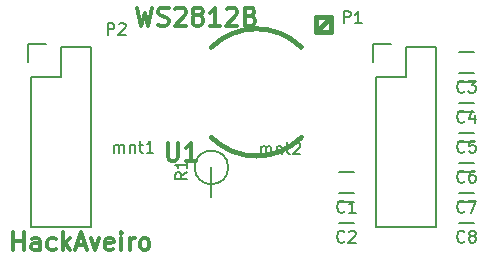
<source format=gbr>
%FSLAX46Y46*%
G04 Gerber Fmt 4.6, Leading zero omitted, Abs format (unit mm)*
G04 Created by KiCad (PCBNEW (2014-08-21 BZR 5087)-product) date Dom 15 Mar 2015 17:53:44 WET*
%MOMM*%
G01*
G04 APERTURE LIST*
%ADD10C,0.100000*%
%ADD11C,0.300000*%
%ADD12C,0.150000*%
%ADD13C,0.381000*%
%ADD14C,0.304800*%
G04 APERTURE END LIST*
D10*
D11*
X129285715Y-113678571D02*
X129285715Y-112178571D01*
X129285715Y-112892857D02*
X130142858Y-112892857D01*
X130142858Y-113678571D02*
X130142858Y-112178571D01*
X131500001Y-113678571D02*
X131500001Y-112892857D01*
X131428572Y-112750000D01*
X131285715Y-112678571D01*
X131000001Y-112678571D01*
X130857144Y-112750000D01*
X131500001Y-113607143D02*
X131357144Y-113678571D01*
X131000001Y-113678571D01*
X130857144Y-113607143D01*
X130785715Y-113464286D01*
X130785715Y-113321429D01*
X130857144Y-113178571D01*
X131000001Y-113107143D01*
X131357144Y-113107143D01*
X131500001Y-113035714D01*
X132857144Y-113607143D02*
X132714287Y-113678571D01*
X132428573Y-113678571D01*
X132285715Y-113607143D01*
X132214287Y-113535714D01*
X132142858Y-113392857D01*
X132142858Y-112964286D01*
X132214287Y-112821429D01*
X132285715Y-112750000D01*
X132428573Y-112678571D01*
X132714287Y-112678571D01*
X132857144Y-112750000D01*
X133500001Y-113678571D02*
X133500001Y-112178571D01*
X133642858Y-113107143D02*
X134071429Y-113678571D01*
X134071429Y-112678571D02*
X133500001Y-113250000D01*
X134642858Y-113250000D02*
X135357144Y-113250000D01*
X134500001Y-113678571D02*
X135000001Y-112178571D01*
X135500001Y-113678571D01*
X135857144Y-112678571D02*
X136214287Y-113678571D01*
X136571429Y-112678571D01*
X137714286Y-113607143D02*
X137571429Y-113678571D01*
X137285715Y-113678571D01*
X137142858Y-113607143D01*
X137071429Y-113464286D01*
X137071429Y-112892857D01*
X137142858Y-112750000D01*
X137285715Y-112678571D01*
X137571429Y-112678571D01*
X137714286Y-112750000D01*
X137785715Y-112892857D01*
X137785715Y-113035714D01*
X137071429Y-113178571D01*
X138428572Y-113678571D02*
X138428572Y-112678571D01*
X138428572Y-112178571D02*
X138357143Y-112250000D01*
X138428572Y-112321429D01*
X138500000Y-112250000D01*
X138428572Y-112178571D01*
X138428572Y-112321429D01*
X139142858Y-113678571D02*
X139142858Y-112678571D01*
X139142858Y-112964286D02*
X139214286Y-112821429D01*
X139285715Y-112750000D01*
X139428572Y-112678571D01*
X139571429Y-112678571D01*
X140285715Y-113678571D02*
X140142857Y-113607143D01*
X140071429Y-113535714D01*
X140000000Y-113392857D01*
X140000000Y-112964286D01*
X140071429Y-112821429D01*
X140142857Y-112750000D01*
X140285715Y-112678571D01*
X140500000Y-112678571D01*
X140642857Y-112750000D01*
X140714286Y-112821429D01*
X140785715Y-112964286D01*
X140785715Y-113392857D01*
X140714286Y-113535714D01*
X140642857Y-113607143D01*
X140500000Y-113678571D01*
X140285715Y-113678571D01*
D12*
X165100000Y-111760000D02*
X165100000Y-96520000D01*
X160020000Y-99060000D02*
X160020000Y-111760000D01*
X165100000Y-111760000D02*
X160020000Y-111760000D01*
X165100000Y-96520000D02*
X162560000Y-96520000D01*
X161290000Y-96240000D02*
X159740000Y-96240000D01*
X162560000Y-96520000D02*
X162560000Y-99060000D01*
X162560000Y-99060000D02*
X160020000Y-99060000D01*
X159740000Y-96240000D02*
X159740000Y-97790000D01*
X135890000Y-111760000D02*
X135890000Y-96520000D01*
X130810000Y-99060000D02*
X130810000Y-111760000D01*
X135890000Y-111760000D02*
X130810000Y-111760000D01*
X135890000Y-96520000D02*
X133350000Y-96520000D01*
X132080000Y-96240000D02*
X130530000Y-96240000D01*
X133350000Y-96520000D02*
X133350000Y-99060000D01*
X133350000Y-99060000D02*
X130810000Y-99060000D01*
X130530000Y-96240000D02*
X130530000Y-97790000D01*
X146050000Y-106680000D02*
X146050000Y-109220000D01*
X147469903Y-106680000D02*
G75*
G03X147469903Y-106680000I-1419903J0D01*
G74*
G01*
D13*
X154940000Y-93980000D02*
X154940000Y-95250000D01*
X154940000Y-95250000D02*
X156210000Y-95250000D01*
X156210000Y-95250000D02*
X156210000Y-93980000D01*
X156210000Y-93980000D02*
X154940000Y-95250000D01*
X154940000Y-95250000D02*
X154940000Y-93980000D01*
X156210000Y-93980000D02*
X156210000Y-95250000D01*
X154940000Y-93980000D02*
X156210000Y-93980000D01*
X154940000Y-95250000D02*
X156210000Y-95250000D01*
X153670000Y-96520000D02*
G75*
G03X146050000Y-96520000I-3810000J-3810000D01*
G74*
G01*
X146050000Y-104140000D02*
G75*
G03X153670000Y-104140000I3810000J3810000D01*
G74*
G01*
D12*
X156880000Y-107075000D02*
X158080000Y-107075000D01*
X158080000Y-108825000D02*
X156880000Y-108825000D01*
X156880000Y-109615000D02*
X158080000Y-109615000D01*
X158080000Y-111365000D02*
X156880000Y-111365000D01*
X167040000Y-96915000D02*
X168240000Y-96915000D01*
X168240000Y-98665000D02*
X167040000Y-98665000D01*
X167040000Y-99455000D02*
X168240000Y-99455000D01*
X168240000Y-101205000D02*
X167040000Y-101205000D01*
X167040000Y-101995000D02*
X168240000Y-101995000D01*
X168240000Y-103745000D02*
X167040000Y-103745000D01*
X167040000Y-104535000D02*
X168240000Y-104535000D01*
X168240000Y-106285000D02*
X167040000Y-106285000D01*
X167040000Y-107075000D02*
X168240000Y-107075000D01*
X168240000Y-108825000D02*
X167040000Y-108825000D01*
X167040000Y-109615000D02*
X168240000Y-109615000D01*
X168240000Y-111365000D02*
X167040000Y-111365000D01*
X157261905Y-94452381D02*
X157261905Y-93452381D01*
X157642858Y-93452381D01*
X157738096Y-93500000D01*
X157785715Y-93547619D01*
X157833334Y-93642857D01*
X157833334Y-93785714D01*
X157785715Y-93880952D01*
X157738096Y-93928571D01*
X157642858Y-93976190D01*
X157261905Y-93976190D01*
X158785715Y-94452381D02*
X158214286Y-94452381D01*
X158500000Y-94452381D02*
X158500000Y-93452381D01*
X158404762Y-93595238D01*
X158309524Y-93690476D01*
X158214286Y-93738095D01*
X137261905Y-95452381D02*
X137261905Y-94452381D01*
X137642858Y-94452381D01*
X137738096Y-94500000D01*
X137785715Y-94547619D01*
X137833334Y-94642857D01*
X137833334Y-94785714D01*
X137785715Y-94880952D01*
X137738096Y-94928571D01*
X137642858Y-94976190D01*
X137261905Y-94976190D01*
X138214286Y-94547619D02*
X138261905Y-94500000D01*
X138357143Y-94452381D01*
X138595239Y-94452381D01*
X138690477Y-94500000D01*
X138738096Y-94547619D01*
X138785715Y-94642857D01*
X138785715Y-94738095D01*
X138738096Y-94880952D01*
X138166667Y-95452381D01*
X138785715Y-95452381D01*
X143962381Y-107100666D02*
X143486190Y-107434000D01*
X143962381Y-107672095D02*
X142962381Y-107672095D01*
X142962381Y-107291142D01*
X143010000Y-107195904D01*
X143057619Y-107148285D01*
X143152857Y-107100666D01*
X143295714Y-107100666D01*
X143390952Y-107148285D01*
X143438571Y-107195904D01*
X143486190Y-107291142D01*
X143486190Y-107672095D01*
X143962381Y-106148285D02*
X143962381Y-106719714D01*
X143962381Y-106434000D02*
X142962381Y-106434000D01*
X143105238Y-106529238D01*
X143200476Y-106624476D01*
X143248095Y-106719714D01*
D14*
X142348857Y-104575429D02*
X142348857Y-105809143D01*
X142421429Y-105954286D01*
X142494000Y-106026857D01*
X142639143Y-106099429D01*
X142929429Y-106099429D01*
X143074571Y-106026857D01*
X143147143Y-105954286D01*
X143219714Y-105809143D01*
X143219714Y-104575429D01*
X144743714Y-106099429D02*
X143872857Y-106099429D01*
X144308285Y-106099429D02*
X144308285Y-104575429D01*
X144163142Y-104793143D01*
X144018000Y-104938286D01*
X143872857Y-105010857D01*
X139736285Y-93145429D02*
X140099142Y-94669429D01*
X140389428Y-93580857D01*
X140679714Y-94669429D01*
X141042571Y-93145429D01*
X141550571Y-94596857D02*
X141768285Y-94669429D01*
X142131142Y-94669429D01*
X142276285Y-94596857D01*
X142348856Y-94524286D01*
X142421428Y-94379143D01*
X142421428Y-94234000D01*
X142348856Y-94088857D01*
X142276285Y-94016286D01*
X142131142Y-93943714D01*
X141840856Y-93871143D01*
X141695714Y-93798571D01*
X141623142Y-93726000D01*
X141550571Y-93580857D01*
X141550571Y-93435714D01*
X141623142Y-93290571D01*
X141695714Y-93218000D01*
X141840856Y-93145429D01*
X142203714Y-93145429D01*
X142421428Y-93218000D01*
X143002000Y-93290571D02*
X143074571Y-93218000D01*
X143219714Y-93145429D01*
X143582571Y-93145429D01*
X143727714Y-93218000D01*
X143800285Y-93290571D01*
X143872857Y-93435714D01*
X143872857Y-93580857D01*
X143800285Y-93798571D01*
X142929428Y-94669429D01*
X143872857Y-94669429D01*
X144743714Y-93798571D02*
X144598572Y-93726000D01*
X144526000Y-93653429D01*
X144453429Y-93508286D01*
X144453429Y-93435714D01*
X144526000Y-93290571D01*
X144598572Y-93218000D01*
X144743714Y-93145429D01*
X145034000Y-93145429D01*
X145179143Y-93218000D01*
X145251714Y-93290571D01*
X145324286Y-93435714D01*
X145324286Y-93508286D01*
X145251714Y-93653429D01*
X145179143Y-93726000D01*
X145034000Y-93798571D01*
X144743714Y-93798571D01*
X144598572Y-93871143D01*
X144526000Y-93943714D01*
X144453429Y-94088857D01*
X144453429Y-94379143D01*
X144526000Y-94524286D01*
X144598572Y-94596857D01*
X144743714Y-94669429D01*
X145034000Y-94669429D01*
X145179143Y-94596857D01*
X145251714Y-94524286D01*
X145324286Y-94379143D01*
X145324286Y-94088857D01*
X145251714Y-93943714D01*
X145179143Y-93871143D01*
X145034000Y-93798571D01*
X146775715Y-94669429D02*
X145904858Y-94669429D01*
X146340286Y-94669429D02*
X146340286Y-93145429D01*
X146195143Y-93363143D01*
X146050001Y-93508286D01*
X145904858Y-93580857D01*
X147356287Y-93290571D02*
X147428858Y-93218000D01*
X147574001Y-93145429D01*
X147936858Y-93145429D01*
X148082001Y-93218000D01*
X148154572Y-93290571D01*
X148227144Y-93435714D01*
X148227144Y-93580857D01*
X148154572Y-93798571D01*
X147283715Y-94669429D01*
X148227144Y-94669429D01*
X149388287Y-93871143D02*
X149606001Y-93943714D01*
X149678573Y-94016286D01*
X149751144Y-94161429D01*
X149751144Y-94379143D01*
X149678573Y-94524286D01*
X149606001Y-94596857D01*
X149460859Y-94669429D01*
X148880287Y-94669429D01*
X148880287Y-93145429D01*
X149388287Y-93145429D01*
X149533430Y-93218000D01*
X149606001Y-93290571D01*
X149678573Y-93435714D01*
X149678573Y-93580857D01*
X149606001Y-93726000D01*
X149533430Y-93798571D01*
X149388287Y-93871143D01*
X148880287Y-93871143D01*
D12*
X157313334Y-110407143D02*
X157265715Y-110454762D01*
X157122858Y-110502381D01*
X157027620Y-110502381D01*
X156884762Y-110454762D01*
X156789524Y-110359524D01*
X156741905Y-110264286D01*
X156694286Y-110073810D01*
X156694286Y-109930952D01*
X156741905Y-109740476D01*
X156789524Y-109645238D01*
X156884762Y-109550000D01*
X157027620Y-109502381D01*
X157122858Y-109502381D01*
X157265715Y-109550000D01*
X157313334Y-109597619D01*
X158265715Y-110502381D02*
X157694286Y-110502381D01*
X157980000Y-110502381D02*
X157980000Y-109502381D01*
X157884762Y-109645238D01*
X157789524Y-109740476D01*
X157694286Y-109788095D01*
X157313334Y-112947143D02*
X157265715Y-112994762D01*
X157122858Y-113042381D01*
X157027620Y-113042381D01*
X156884762Y-112994762D01*
X156789524Y-112899524D01*
X156741905Y-112804286D01*
X156694286Y-112613810D01*
X156694286Y-112470952D01*
X156741905Y-112280476D01*
X156789524Y-112185238D01*
X156884762Y-112090000D01*
X157027620Y-112042381D01*
X157122858Y-112042381D01*
X157265715Y-112090000D01*
X157313334Y-112137619D01*
X157694286Y-112137619D02*
X157741905Y-112090000D01*
X157837143Y-112042381D01*
X158075239Y-112042381D01*
X158170477Y-112090000D01*
X158218096Y-112137619D01*
X158265715Y-112232857D01*
X158265715Y-112328095D01*
X158218096Y-112470952D01*
X157646667Y-113042381D01*
X158265715Y-113042381D01*
X167473334Y-100247143D02*
X167425715Y-100294762D01*
X167282858Y-100342381D01*
X167187620Y-100342381D01*
X167044762Y-100294762D01*
X166949524Y-100199524D01*
X166901905Y-100104286D01*
X166854286Y-99913810D01*
X166854286Y-99770952D01*
X166901905Y-99580476D01*
X166949524Y-99485238D01*
X167044762Y-99390000D01*
X167187620Y-99342381D01*
X167282858Y-99342381D01*
X167425715Y-99390000D01*
X167473334Y-99437619D01*
X167806667Y-99342381D02*
X168425715Y-99342381D01*
X168092381Y-99723333D01*
X168235239Y-99723333D01*
X168330477Y-99770952D01*
X168378096Y-99818571D01*
X168425715Y-99913810D01*
X168425715Y-100151905D01*
X168378096Y-100247143D01*
X168330477Y-100294762D01*
X168235239Y-100342381D01*
X167949524Y-100342381D01*
X167854286Y-100294762D01*
X167806667Y-100247143D01*
X167473334Y-102787143D02*
X167425715Y-102834762D01*
X167282858Y-102882381D01*
X167187620Y-102882381D01*
X167044762Y-102834762D01*
X166949524Y-102739524D01*
X166901905Y-102644286D01*
X166854286Y-102453810D01*
X166854286Y-102310952D01*
X166901905Y-102120476D01*
X166949524Y-102025238D01*
X167044762Y-101930000D01*
X167187620Y-101882381D01*
X167282858Y-101882381D01*
X167425715Y-101930000D01*
X167473334Y-101977619D01*
X168330477Y-102215714D02*
X168330477Y-102882381D01*
X168092381Y-101834762D02*
X167854286Y-102549048D01*
X168473334Y-102549048D01*
X167473334Y-105327143D02*
X167425715Y-105374762D01*
X167282858Y-105422381D01*
X167187620Y-105422381D01*
X167044762Y-105374762D01*
X166949524Y-105279524D01*
X166901905Y-105184286D01*
X166854286Y-104993810D01*
X166854286Y-104850952D01*
X166901905Y-104660476D01*
X166949524Y-104565238D01*
X167044762Y-104470000D01*
X167187620Y-104422381D01*
X167282858Y-104422381D01*
X167425715Y-104470000D01*
X167473334Y-104517619D01*
X168378096Y-104422381D02*
X167901905Y-104422381D01*
X167854286Y-104898571D01*
X167901905Y-104850952D01*
X167997143Y-104803333D01*
X168235239Y-104803333D01*
X168330477Y-104850952D01*
X168378096Y-104898571D01*
X168425715Y-104993810D01*
X168425715Y-105231905D01*
X168378096Y-105327143D01*
X168330477Y-105374762D01*
X168235239Y-105422381D01*
X167997143Y-105422381D01*
X167901905Y-105374762D01*
X167854286Y-105327143D01*
X167473334Y-107867143D02*
X167425715Y-107914762D01*
X167282858Y-107962381D01*
X167187620Y-107962381D01*
X167044762Y-107914762D01*
X166949524Y-107819524D01*
X166901905Y-107724286D01*
X166854286Y-107533810D01*
X166854286Y-107390952D01*
X166901905Y-107200476D01*
X166949524Y-107105238D01*
X167044762Y-107010000D01*
X167187620Y-106962381D01*
X167282858Y-106962381D01*
X167425715Y-107010000D01*
X167473334Y-107057619D01*
X168330477Y-106962381D02*
X168140000Y-106962381D01*
X168044762Y-107010000D01*
X167997143Y-107057619D01*
X167901905Y-107200476D01*
X167854286Y-107390952D01*
X167854286Y-107771905D01*
X167901905Y-107867143D01*
X167949524Y-107914762D01*
X168044762Y-107962381D01*
X168235239Y-107962381D01*
X168330477Y-107914762D01*
X168378096Y-107867143D01*
X168425715Y-107771905D01*
X168425715Y-107533810D01*
X168378096Y-107438571D01*
X168330477Y-107390952D01*
X168235239Y-107343333D01*
X168044762Y-107343333D01*
X167949524Y-107390952D01*
X167901905Y-107438571D01*
X167854286Y-107533810D01*
X167473334Y-110407143D02*
X167425715Y-110454762D01*
X167282858Y-110502381D01*
X167187620Y-110502381D01*
X167044762Y-110454762D01*
X166949524Y-110359524D01*
X166901905Y-110264286D01*
X166854286Y-110073810D01*
X166854286Y-109930952D01*
X166901905Y-109740476D01*
X166949524Y-109645238D01*
X167044762Y-109550000D01*
X167187620Y-109502381D01*
X167282858Y-109502381D01*
X167425715Y-109550000D01*
X167473334Y-109597619D01*
X167806667Y-109502381D02*
X168473334Y-109502381D01*
X168044762Y-110502381D01*
X167473334Y-112947143D02*
X167425715Y-112994762D01*
X167282858Y-113042381D01*
X167187620Y-113042381D01*
X167044762Y-112994762D01*
X166949524Y-112899524D01*
X166901905Y-112804286D01*
X166854286Y-112613810D01*
X166854286Y-112470952D01*
X166901905Y-112280476D01*
X166949524Y-112185238D01*
X167044762Y-112090000D01*
X167187620Y-112042381D01*
X167282858Y-112042381D01*
X167425715Y-112090000D01*
X167473334Y-112137619D01*
X168044762Y-112470952D02*
X167949524Y-112423333D01*
X167901905Y-112375714D01*
X167854286Y-112280476D01*
X167854286Y-112232857D01*
X167901905Y-112137619D01*
X167949524Y-112090000D01*
X168044762Y-112042381D01*
X168235239Y-112042381D01*
X168330477Y-112090000D01*
X168378096Y-112137619D01*
X168425715Y-112232857D01*
X168425715Y-112280476D01*
X168378096Y-112375714D01*
X168330477Y-112423333D01*
X168235239Y-112470952D01*
X168044762Y-112470952D01*
X167949524Y-112518571D01*
X167901905Y-112566190D01*
X167854286Y-112661429D01*
X167854286Y-112851905D01*
X167901905Y-112947143D01*
X167949524Y-112994762D01*
X168044762Y-113042381D01*
X168235239Y-113042381D01*
X168330477Y-112994762D01*
X168378096Y-112947143D01*
X168425715Y-112851905D01*
X168425715Y-112661429D01*
X168378096Y-112566190D01*
X168330477Y-112518571D01*
X168235239Y-112470952D01*
X137803143Y-105417881D02*
X137803143Y-104751214D01*
X137803143Y-104846452D02*
X137850762Y-104798833D01*
X137946000Y-104751214D01*
X138088858Y-104751214D01*
X138184096Y-104798833D01*
X138231715Y-104894071D01*
X138231715Y-105417881D01*
X138231715Y-104894071D02*
X138279334Y-104798833D01*
X138374572Y-104751214D01*
X138517429Y-104751214D01*
X138612667Y-104798833D01*
X138660286Y-104894071D01*
X138660286Y-105417881D01*
X139136476Y-104751214D02*
X139136476Y-105417881D01*
X139136476Y-104846452D02*
X139184095Y-104798833D01*
X139279333Y-104751214D01*
X139422191Y-104751214D01*
X139517429Y-104798833D01*
X139565048Y-104894071D01*
X139565048Y-105417881D01*
X139898381Y-104751214D02*
X140279333Y-104751214D01*
X140041238Y-104417881D02*
X140041238Y-105275024D01*
X140088857Y-105370262D01*
X140184095Y-105417881D01*
X140279333Y-105417881D01*
X141136477Y-105417881D02*
X140565048Y-105417881D01*
X140850762Y-105417881D02*
X140850762Y-104417881D01*
X140755524Y-104560738D01*
X140660286Y-104655976D01*
X140565048Y-104703595D01*
X150249143Y-105544881D02*
X150249143Y-104878214D01*
X150249143Y-104973452D02*
X150296762Y-104925833D01*
X150392000Y-104878214D01*
X150534858Y-104878214D01*
X150630096Y-104925833D01*
X150677715Y-105021071D01*
X150677715Y-105544881D01*
X150677715Y-105021071D02*
X150725334Y-104925833D01*
X150820572Y-104878214D01*
X150963429Y-104878214D01*
X151058667Y-104925833D01*
X151106286Y-105021071D01*
X151106286Y-105544881D01*
X151582476Y-104878214D02*
X151582476Y-105544881D01*
X151582476Y-104973452D02*
X151630095Y-104925833D01*
X151725333Y-104878214D01*
X151868191Y-104878214D01*
X151963429Y-104925833D01*
X152011048Y-105021071D01*
X152011048Y-105544881D01*
X152344381Y-104878214D02*
X152725333Y-104878214D01*
X152487238Y-104544881D02*
X152487238Y-105402024D01*
X152534857Y-105497262D01*
X152630095Y-105544881D01*
X152725333Y-105544881D01*
X153011048Y-104640119D02*
X153058667Y-104592500D01*
X153153905Y-104544881D01*
X153392001Y-104544881D01*
X153487239Y-104592500D01*
X153534858Y-104640119D01*
X153582477Y-104735357D01*
X153582477Y-104830595D01*
X153534858Y-104973452D01*
X152963429Y-105544881D01*
X153582477Y-105544881D01*
M02*

</source>
